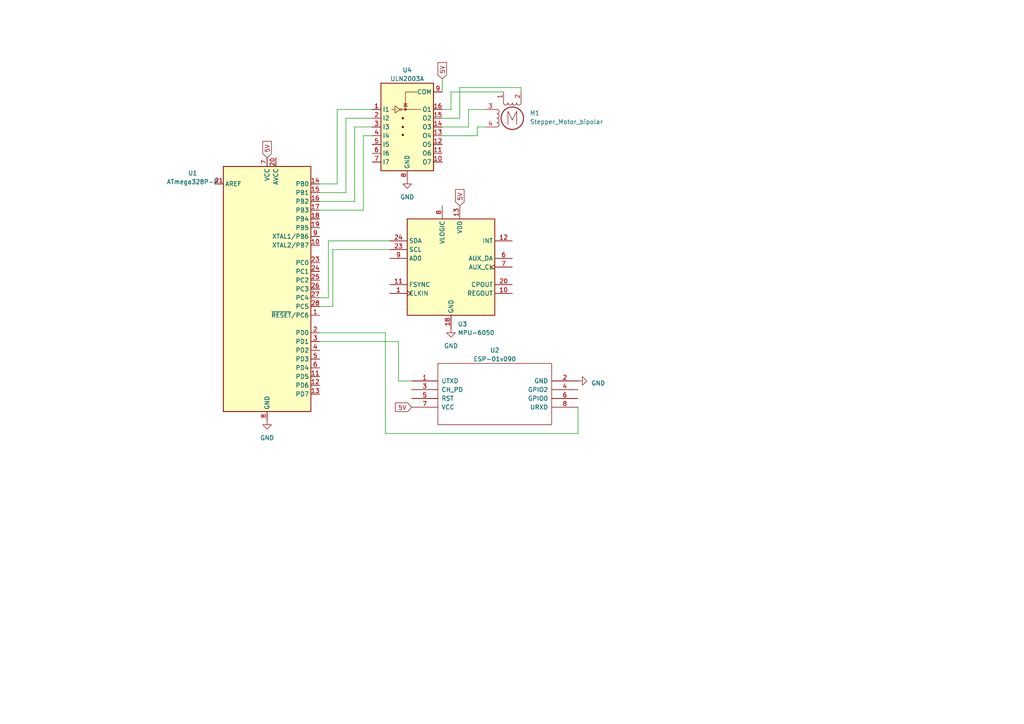
<source format=kicad_sch>
(kicad_sch (version 20230121) (generator eeschema)
  (paper "A4")
  (lib_symbols
    (symbol "ESP8266:ESP-01v090" (pin_names (offset 1.016))
      (property "Reference" "U" (at 0 -2.54 0))
      (property "Value" "ESP-01v090" (at 0 2.54 0))
      (symbol "ESP-01v090_1_0"
        (rectangle (start -16.51 -8.89) (end 16.51 8.89))
      )
      (symbol "ESP-01v090_1_1"
        (pin output line (at -24.13 3.81 0) (length 7.62) (name "UTXD") (number "1"))
        (pin power_in line (at 24.13 3.81 180) (length 7.62) (name "GND") (number "2"))
        (pin input line (at -24.13 1.27 0) (length 7.62) (name "CH_PD") (number "3"))
        (pin tri_state line (at 24.13 1.27 180) (length 7.62) (name "GPIO2") (number "4"))
        (pin input line (at -24.13 -1.27 0) (length 7.62) (name "RST") (number "5"))
        (pin tri_state line (at 24.13 -1.27 180) (length 7.62) (name "GPIO0") (number "6"))
        (pin power_in line (at -24.13 -3.81 0) (length 7.62) (name "VCC") (number "7"))
        (pin input line (at 24.13 -3.81 180) (length 7.62) (name "URXD") (number "8"))
      )
    )
    (symbol "MCU_Microchip_ATmega:ATmega328P-P"
      (property "Reference" "U" (at -12.7 36.83 0))
      (property "Value" "ATmega328P-P" (at 2.54 -36.83 0))
      (symbol "ATmega328P-P_0_1"
        (rectangle (start -12.7 -35.56) (end 12.7 35.56) (stroke (width 0.254)) (fill (type background)))
      )
      (symbol "ATmega328P-P_1_1"
        (pin bidirectional line (at 15.24 -7.62 180) (length 2.54) (name "~{RESET}/PC6") (number "1"))
        (pin bidirectional line (at 15.24 12.7 180) (length 2.54) (name "XTAL2/PB7") (number "10"))
        (pin bidirectional line (at 15.24 -25.4 180) (length 2.54) (name "PD5") (number "11"))
        (pin bidirectional line (at 15.24 -27.94 180) (length 2.54) (name "PD6") (number "12"))
        (pin bidirectional line (at 15.24 -30.48 180) (length 2.54) (name "PD7") (number "13"))
        (pin bidirectional line (at 15.24 30.48 180) (length 2.54) (name "PB0") (number "14"))
        (pin bidirectional line (at 15.24 27.94 180) (length 2.54) (name "PB1") (number "15"))
        (pin bidirectional line (at 15.24 25.4 180) (length 2.54) (name "PB2") (number "16"))
        (pin bidirectional line (at 15.24 22.86 180) (length 2.54) (name "PB3") (number "17"))
        (pin bidirectional line (at 15.24 20.32 180) (length 2.54) (name "PB4") (number "18"))
        (pin bidirectional line (at 15.24 17.78 180) (length 2.54) (name "PB5") (number "19"))
        (pin bidirectional line (at 15.24 -12.7 180) (length 2.54) (name "PD0") (number "2"))
        (pin power_in line (at 2.54 38.1 270) (length 2.54) (name "AVCC") (number "20"))
        (pin passive line (at -15.24 30.48 0) (length 2.54) (name "AREF") (number "21"))
        (pin passive line (at 0 -38.1 90) (length 2.54) hide (name "GND") (number "22"))
        (pin bidirectional line (at 15.24 7.62 180) (length 2.54) (name "PC0") (number "23"))
        (pin bidirectional line (at 15.24 5.08 180) (length 2.54) (name "PC1") (number "24"))
        (pin bidirectional line (at 15.24 2.54 180) (length 2.54) (name "PC2") (number "25"))
        (pin bidirectional line (at 15.24 0 180) (length 2.54) (name "PC3") (number "26"))
        (pin bidirectional line (at 15.24 -2.54 180) (length 2.54) (name "PC4") (number "27"))
        (pin bidirectional line (at 15.24 -5.08 180) (length 2.54) (name "PC5") (number "28"))
        (pin bidirectional line (at 15.24 -15.24 180) (length 2.54) (name "PD1") (number "3"))
        (pin bidirectional line (at 15.24 -17.78 180) (length 2.54) (name "PD2") (number "4"))
        (pin bidirectional line (at 15.24 -20.32 180) (length 2.54) (name "PD3") (number "5"))
        (pin bidirectional line (at 15.24 -22.86 180) (length 2.54) (name "PD4") (number "6"))
        (pin power_in line (at 0 38.1 270) (length 2.54) (name "VCC") (number "7"))
        (pin power_in line (at 0 -38.1 90) (length 2.54) (name "GND") (number "8"))
        (pin bidirectional line (at 15.24 15.24 180) (length 2.54) (name "XTAL1/PB6") (number "9"))
      )
    )
    (symbol "Motor:Stepper_Motor_bipolar" (pin_names (offset 0) hide)
      (property "Reference" "M" (at 3.81 2.54 0))
      (property "Value" "Stepper_Motor_bipolar" (at 3.81 1.27 0))
      (symbol "Stepper_Motor_bipolar_0_0"
        (polyline (pts (xy -1.27 -1.778) (xy -1.27 2.032) (xy 0 -0.508) (xy 1.27 2.032) (xy 1.27 -1.778)))
      )
      (symbol "Stepper_Motor_bipolar_0_1"
        (arc (start -4.445 -2.54) (mid -3.8127 -1.905) (end -4.445 -1.27))
        (arc (start -4.445 -1.27) (mid -3.8127 -0.635) (end -4.445 0))
        (arc (start -4.445 0) (mid -3.8127 0.635) (end -4.445 1.27))
        (arc (start -4.445 1.27) (mid -3.8127 1.905) (end -4.445 2.54))
        (arc (start -2.54 4.445) (mid -1.905 3.8127) (end -1.27 4.445))
        (arc (start -1.27 4.445) (mid -0.635 3.8127) (end 0 4.445))
        (polyline (pts (xy -5.08 -2.54) (xy -4.445 -2.54)))
        (polyline (pts (xy -5.08 2.54) (xy -4.445 2.54)))
        (polyline (pts (xy -2.54 5.08) (xy -2.54 4.445)))
        (polyline (pts (xy 2.54 5.08) (xy 2.54 4.445)))
        (circle (center 0 0) (radius 3.2512) (stroke (width 0.254)))
        (arc (start 0 4.445) (mid 0.635 3.8127) (end 1.27 4.445))
        (arc (start 1.27 4.445) (mid 1.905 3.8127) (end 2.54 4.445))
      )
      (symbol "Stepper_Motor_bipolar_1_1"
        (pin passive line (at -2.54 7.62 270) (length 2.54) (name "~") (number "1"))
        (pin passive line (at 2.54 7.62 270) (length 2.54) (name "-") (number "2"))
        (pin passive line (at -7.62 2.54 0) (length 2.54) (name "~") (number "3"))
        (pin passive line (at -7.62 -2.54 0) (length 2.54) (name "~") (number "4"))
      )
    )
    (symbol "Sensor_Motion:MPU-6050"
      (property "Reference" "U" (at -11.43 13.97 0))
      (property "Value" "MPU-6050" (at 7.62 -15.24 0))
      (symbol "MPU-6050_0_0"
        (text "" (at 12.7 -2.54 0) (effects (font (size 1.27 1.27))))
      )
      (symbol "MPU-6050_0_1"
        (rectangle (start -12.7 13.97) (end 12.7 -13.97) (stroke (width 0.254)) (fill (type background)))
      )
      (symbol "MPU-6050_1_1"
        (pin input clock (at -17.78 -7.62 0) (length 5.08) (name "CLKIN") (number "1"))
        (pin passive line (at 17.78 -7.62 180) (length 5.08) (name "REGOUT") (number "10"))
        (pin input line (at -17.78 -5.08 0) (length 5.08) (name "FSYNC") (number "11"))
        (pin output line (at 17.78 7.62 180) (length 5.08) (name "INT") (number "12"))
        (pin power_in line (at 2.54 17.78 270) (length 3.81) (name "VDD") (number "13"))
        (pin no_connect line (at -12.7 -10.16 0) (length 2.54) hide (name "NC") (number "14"))
        (pin no_connect line (at 12.7 12.7 180) (length 2.54) hide (name "NC") (number "15"))
        (pin no_connect line (at 12.7 10.16 180) (length 2.54) hide (name "NC") (number "16"))
        (pin no_connect line (at 12.7 5.08 180) (length 2.54) hide (name "NC") (number "17"))
        (pin power_in line (at 0 -17.78 90) (length 3.81) (name "GND") (number "18"))
        (pin no_connect line (at 12.7 -10.16 180) (length 2.54) hide (name "RESV") (number "19"))
        (pin no_connect line (at -12.7 12.7 0) (length 2.54) hide (name "NC") (number "2"))
        (pin passive line (at 17.78 -5.08 180) (length 5.08) (name "CPOUT") (number "20"))
        (pin no_connect line (at 12.7 -2.54 180) (length 2.54) hide (name "RESV") (number "21"))
        (pin no_connect line (at 12.7 -12.7 180) (length 2.54) hide (name "RESV") (number "22"))
        (pin input line (at -17.78 5.08 0) (length 5.08) (name "SCL") (number "23"))
        (pin bidirectional line (at -17.78 7.62 0) (length 5.08) (name "SDA") (number "24"))
        (pin no_connect line (at -12.7 10.16 0) (length 2.54) hide (name "NC") (number "3"))
        (pin no_connect line (at -12.7 0 0) (length 2.54) hide (name "NC") (number "4"))
        (pin no_connect line (at -12.7 -2.54 0) (length 2.54) hide (name "NC") (number "5"))
        (pin bidirectional line (at 17.78 2.54 180) (length 5.08) (name "AUX_DA") (number "6"))
        (pin output clock (at 17.78 0 180) (length 5.08) (name "AUX_CL") (number "7"))
        (pin power_in line (at -2.54 17.78 270) (length 3.81) (name "VLOGIC") (number "8"))
        (pin input line (at -17.78 2.54 0) (length 5.08) (name "AD0") (number "9"))
      )
    )
    (symbol "Transistor_Array:ULN2003A"
      (property "Reference" "U" (at 0 15.875 0))
      (property "Value" "ULN2003A" (at 0 13.97 0))
      (symbol "ULN2003A_0_1"
        (rectangle (start -7.62 -12.7) (end 7.62 12.7) (stroke (width 0.254)) (fill (type background)))
        (circle (center -1.778 5.08) (radius 0.254))
        (circle (center -1.27 -2.286) (radius 0.254) (fill (type outline)))
        (circle (center -1.27 0) (radius 0.254) (fill (type outline)))
        (circle (center -1.27 2.54) (radius 0.254) (fill (type outline)))
        (circle (center -0.508 5.08) (radius 0.254) (fill (type outline)))
        (polyline (pts (xy -4.572 5.08) (xy -3.556 5.08)))
        (polyline (pts (xy -1.524 5.08) (xy 4.064 5.08)))
        (polyline (pts (xy 0 6.731) (xy -1.016 6.731)))
        (polyline (pts (xy -0.508 5.08) (xy -0.508 10.16) (xy 2.921 10.16)))
        (polyline (pts (xy -3.556 6.096) (xy -3.556 4.064) (xy -2.032 5.08) (xy -3.556 6.096)))
        (polyline (pts (xy 0 5.969) (xy -1.016 5.969) (xy -0.508 6.731) (xy 0 5.969)))
      )
      (symbol "ULN2003A_1_1"
        (pin input line (at -10.16 5.08 0) (length 2.54) (name "I1") (number "1"))
        (pin open_collector line (at 10.16 -10.16 180) (length 2.54) (name "O7") (number "10"))
        (pin open_collector line (at 10.16 -7.62 180) (length 2.54) (name "O6") (number "11"))
        (pin open_collector line (at 10.16 -5.08 180) (length 2.54) (name "O5") (number "12"))
        (pin open_collector line (at 10.16 -2.54 180) (length 2.54) (name "O4") (number "13"))
        (pin open_collector line (at 10.16 0 180) (length 2.54) (name "O3") (number "14"))
        (pin open_collector line (at 10.16 2.54 180) (length 2.54) (name "O2") (number "15"))
        (pin open_collector line (at 10.16 5.08 180) (length 2.54) (name "O1") (number "16"))
        (pin input line (at -10.16 2.54 0) (length 2.54) (name "I2") (number "2"))
        (pin input line (at -10.16 0 0) (length 2.54) (name "I3") (number "3"))
        (pin input line (at -10.16 -2.54 0) (length 2.54) (name "I4") (number "4"))
        (pin input line (at -10.16 -5.08 0) (length 2.54) (name "I5") (number "5"))
        (pin input line (at -10.16 -7.62 0) (length 2.54) (name "I6") (number "6"))
        (pin input line (at -10.16 -10.16 0) (length 2.54) (name "I7") (number "7"))
        (pin power_in line (at 0 -15.24 90) (length 2.54) (name "GND") (number "8"))
        (pin passive line (at 10.16 10.16 180) (length 2.54) (name "COM") (number "9"))
      )
    )
    (symbol "power:GND" (power) (pin_names (offset 0))
      (property "Value" "GND" (at 0 -3.81 0))
      (symbol "GND_0_1"
        (polyline (pts (xy 0 0) (xy 0 -1.27) (xy 1.27 -1.27) (xy 0 -2.54) (xy -1.27 -1.27) (xy 0 -1.27)))
      )
      (symbol "GND_1_1"
        (pin power_in line (at 0 0 270) (length 0) hide (name "GND") (number "1"))
      )
    )
  )
  (wire (pts (xy 95.25 69.85) (xy 113.03 69.85)))
  (wire (pts (xy 92.71 58.42) (xy 102.87 58.42)))
  (wire (pts (xy 130.81 31.75) (xy 128.27 31.75)))
  (wire (pts (xy 133.35 25.4) (xy 133.35 34.29)))
  (wire (pts (xy 92.71 86.36) (xy 95.25 86.36)))
  (wire (pts (xy 107.95 39.37) (xy 105.41 39.37)))
  (wire (pts (xy 100.33 55.88) (xy 92.71 55.88)))
  (wire (pts (xy 135.89 36.83) (xy 128.27 36.83)))
  (wire (pts (xy 100.33 34.29) (xy 100.33 55.88)))
  (wire (pts (xy 105.41 39.37) (xy 105.41 60.96)))
  (wire (pts (xy 97.79 31.75) (xy 107.95 31.75)))
  (wire (pts (xy 140.97 36.83) (xy 138.43 36.83)))
  (wire (pts (xy 96.52 72.39) (xy 96.52 88.9)))
  (wire (pts (xy 115.57 99.06) (xy 92.71 99.06)))
  (wire (pts (xy 151.13 25.4) (xy 133.35 25.4)))
  (wire (pts (xy 113.03 72.39) (xy 96.52 72.39)))
  (wire (pts (xy 97.79 53.34) (xy 97.79 31.75)))
  (wire (pts (xy 111.76 96.52) (xy 111.76 125.73)))
  (wire (pts (xy 119.38 110.49) (xy 115.57 110.49)))
  (wire (pts (xy 102.87 36.83) (xy 107.95 36.83)))
  (wire (pts (xy 111.76 125.73) (xy 167.64 125.73)))
  (wire (pts (xy 128.27 34.29) (xy 133.35 34.29)))
  (wire (pts (xy 128.27 22.86) (xy 128.27 26.67)))
  (wire (pts (xy 138.43 39.37) (xy 128.27 39.37)))
  (wire (pts (xy 102.87 58.42) (xy 102.87 36.83)))
  (wire (pts (xy 96.52 88.9) (xy 92.71 88.9)))
  (wire (pts (xy 130.81 26.67) (xy 130.81 31.75)))
  (wire (pts (xy 92.71 96.52) (xy 111.76 96.52)))
  (wire (pts (xy 105.41 60.96) (xy 92.71 60.96)))
  (wire (pts (xy 140.97 31.75) (xy 135.89 31.75)))
  (wire (pts (xy 107.95 34.29) (xy 100.33 34.29)))
  (wire (pts (xy 92.71 53.34) (xy 97.79 53.34)))
  (wire (pts (xy 151.13 26.67) (xy 151.13 25.4)))
  (wire (pts (xy 146.05 26.67) (xy 130.81 26.67)))
  (wire (pts (xy 115.57 110.49) (xy 115.57 99.06)))
  (wire (pts (xy 95.25 86.36) (xy 95.25 69.85)))
  (wire (pts (xy 138.43 36.83) (xy 138.43 39.37)))
  (wire (pts (xy 167.64 125.73) (xy 167.64 118.11)))
  (wire (pts (xy 135.89 31.75) (xy 135.89 36.83)))
  (global_label "5V" (shape input) (at 133.35 59.69 90) (property "Intersheetrefs" "${INTERSHEET_REFS}" (effects hide)))
  (global_label "5V" (shape input) (at 128.27 22.86 90) (property "Intersheetrefs" "${INTERSHEET_REFS}" (effects hide)))
  (global_label "5V" (shape input) (at 77.47 45.72 90) (property "Intersheetrefs" "${INTERSHEET_REFS}" (effects hide)))
  (global_label "5V" (shape input) (at 119.38 118.11 180) (property "Intersheetrefs" "${INTERSHEET_REFS}" (effects hide)))
  (symbol (lib_id "MCU_Microchip_ATmega:ATmega328P-P") (at 77.47 83.82 0) (unit 1)
    (property "Reference" "U1" (at 55.88 50.2159 0))
    (property "Value" "ATmega328P-P" (at 55.88 52.7559 0))
    (property "Footprint" "Package_DIP:DIP-28_W7.62mm" (effects hide))
    (property "Datasheet" "http://ww1.microchip.com/downloads/en/DeviceDoc/ATmega328_P%20AVR%20MCU%20with%20picoPower%20Technology%20Data%20Sheet%2040001984A.pdf" (effects hide))
  )
  (symbol (lib_id "Transistor_Array:ULN2003A") (at 118.11 36.83 0) (unit 1)
    (property "Reference" "U4" (at 118.11 20.32 0))
    (property "Value" "ULN2003A" (at 118.11 22.86 0))
    (property "Datasheet" "http://www.ti.com/lit/ds/symlink/uln2003a.pdf" (effects hide))
  )
  (symbol (lib_id "Sensor_Motion:MPU-6050") (at 130.81 77.47 0) (unit 1)
    (property "Reference" "U3" (at 132.7659 93.98 0) (effects (justify left)))
    (property "Value" "MPU-6050" (at 132.7659 96.52 0) (effects (justify left)))
    (property "Footprint" "Sensor_Motion:InvenSense_QFN-24_4x4mm_P0.5mm" (effects hide))
    (property "Datasheet" "https://invensense.tdk.com/wp-content/uploads/2015/02/MPU-6000-Datasheet1.pdf" (effects hide))
  )
  (symbol (lib_id "power:GND") (at 118.11 52.07 0) (unit 1)
    (property "Reference" "#PWR01" (effects hide))
    (property "Value" "GND" (at 118.11 57.15 0))
  )
  (symbol (lib_id "ESP8266:ESP-01v090") (at 143.51 114.3 0) (unit 1)
    (property "Reference" "U2" (at 143.51 101.6 0))
    (property "Value" "ESP-01v090" (at 143.51 104.14 0))
    (property "Datasheet" "http://l0l.org.uk/2014/12/esp8266-modules-hardware-guide-gotta-catch-em-all/" (effects hide))
  )
  (symbol (lib_id "power:GND") (at 167.64 110.49 90) (unit 1)
    (property "Reference" "#PWR03" (effects hide))
    (property "Value" "GND" (at 171.45 111.125 90) (effects (justify right)))
  )
  (symbol (lib_id "power:GND") (at 77.47 121.92 0) (unit 1)
    (property "Reference" "#PWR04" (effects hide))
    (property "Value" "GND" (at 77.47 127 0))
  )
  (symbol (lib_id "power:GND") (at 130.81 95.25 0) (unit 1)
    (property "Reference" "#PWR02" (effects hide))
    (property "Value" "GND" (at 130.81 100.33 0))
  )
  (symbol (lib_id "Motor:Stepper_Motor_bipolar") (at 148.59 34.29 0) (unit 1)
    (property "Reference" "M1" (at 153.67 32.8041 0) (effects (justify left)))
    (property "Value" "Stepper_Motor_bipolar" (at 153.67 35.3441 0) (effects (justify left)))
    (property "Datasheet" "http://www.infineon.com/dgdl/Application-Note-TLE8110EE_driving_UniPolarStepperMotor_V1.1.pdf?fileId=db3a30431be39b97011be5d0aa0a00b0" (effects hide))
  )
)
</source>
